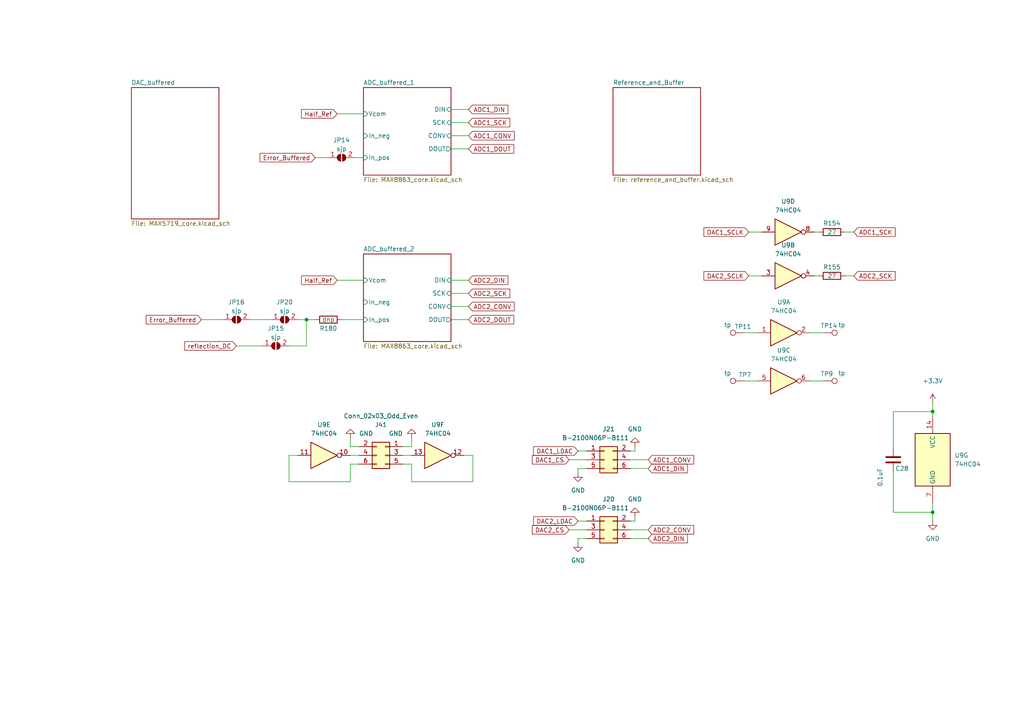
<source format=kicad_sch>
(kicad_sch (version 20211123) (generator eeschema)
  (paper "A4")
  (lib_symbols
    (symbol "74xx:74HC04"
      (property "Reference" "U" (at 0 1.27 0))
      (property "Value" "74HC04" (at 0 -1.27 0))
      (symbol "74HC04_1_0"
        (polyline (pts (xy -3.81 3.81) (xy -3.81 -3.81) (xy 3.81 0) (xy -3.81 3.81)) (stroke (width 0.254)) (fill (type background)))
        (pin input line (at -7.62 0 0) (length 3.81) (name "~") (number "1"))
        (pin output inverted (at 7.62 0 180) (length 3.81) (name "~") (number "2"))
      )
      (symbol "74HC04_2_0"
        (polyline (pts (xy -3.81 3.81) (xy -3.81 -3.81) (xy 3.81 0) (xy -3.81 3.81)) (stroke (width 0.254)) (fill (type background)))
        (pin input line (at -7.62 0 0) (length 3.81) (name "~") (number "3"))
        (pin output inverted (at 7.62 0 180) (length 3.81) (name "~") (number "4"))
      )
      (symbol "74HC04_3_0"
        (polyline (pts (xy -3.81 3.81) (xy -3.81 -3.81) (xy 3.81 0) (xy -3.81 3.81)) (stroke (width 0.254)) (fill (type background)))
        (pin input line (at -7.62 0 0) (length 3.81) (name "~") (number "5"))
        (pin output inverted (at 7.62 0 180) (length 3.81) (name "~") (number "6"))
      )
      (symbol "74HC04_4_0"
        (polyline (pts (xy -3.81 3.81) (xy -3.81 -3.81) (xy 3.81 0) (xy -3.81 3.81)) (stroke (width 0.254)) (fill (type background)))
        (pin output inverted (at 7.62 0 180) (length 3.81) (name "~") (number "8"))
        (pin input line (at -7.62 0 0) (length 3.81) (name "~") (number "9"))
      )
      (symbol "74HC04_5_0"
        (polyline (pts (xy -3.81 3.81) (xy -3.81 -3.81) (xy 3.81 0) (xy -3.81 3.81)) (stroke (width 0.254)) (fill (type background)))
        (pin output inverted (at 7.62 0 180) (length 3.81) (name "~") (number "10"))
        (pin input line (at -7.62 0 0) (length 3.81) (name "~") (number "11"))
      )
      (symbol "74HC04_6_0"
        (polyline (pts (xy -3.81 3.81) (xy -3.81 -3.81) (xy 3.81 0) (xy -3.81 3.81)) (stroke (width 0.254)) (fill (type background)))
        (pin output inverted (at 7.62 0 180) (length 3.81) (name "~") (number "12"))
        (pin input line (at -7.62 0 0) (length 3.81) (name "~") (number "13"))
      )
      (symbol "74HC04_7_0"
        (pin power_in line (at 0 12.7 270) (length 5.08) (name "VCC") (number "14"))
        (pin power_in line (at 0 -12.7 90) (length 5.08) (name "GND") (number "7"))
      )
      (symbol "74HC04_7_1"
        (rectangle (start -5.08 7.62) (end 5.08 -7.62) (stroke (width 0.254)) (fill (type background)))
      )
    )
    (symbol "Connector:TestPoint" (pin_numbers hide) (pin_names (offset 0.762) hide)
      (property "Reference" "TP" (at 0 6.858 0))
      (property "Value" "TestPoint" (at 0 5.08 0))
      (symbol "TestPoint_0_1"
        (circle (center 0 3.302) (radius 0.762))
      )
      (symbol "TestPoint_1_1"
        (pin passive line (at 0 0 90) (length 2.54) (name "1") (number "1"))
      )
    )
    (symbol "Connector_Generic:Conn_02x03_Odd_Even" (pin_names (offset 1.016) hide)
      (property "Reference" "J" (at 1.27 5.08 0))
      (property "Value" "Conn_02x03_Odd_Even" (at 1.27 -5.08 0))
      (symbol "Conn_02x03_Odd_Even_1_1"
        (rectangle (start -1.27 -2.413) (end 0 -2.667) (stroke (width 0.1524)))
        (rectangle (start -1.27 0.127) (end 0 -0.127) (stroke (width 0.1524)))
        (rectangle (start -1.27 2.667) (end 0 2.413) (stroke (width 0.1524)))
        (rectangle (start -1.27 3.81) (end 3.81 -3.81) (stroke (width 0.254)) (fill (type background)))
        (rectangle (start 3.81 -2.413) (end 2.54 -2.667) (stroke (width 0.1524)))
        (rectangle (start 3.81 0.127) (end 2.54 -0.127) (stroke (width 0.1524)))
        (rectangle (start 3.81 2.667) (end 2.54 2.413) (stroke (width 0.1524)))
        (pin passive line (at -5.08 2.54 0) (length 3.81) (name "Pin_1") (number "1"))
        (pin passive line (at 7.62 2.54 180) (length 3.81) (name "Pin_2") (number "2"))
        (pin passive line (at -5.08 0 0) (length 3.81) (name "Pin_3") (number "3"))
        (pin passive line (at 7.62 0 180) (length 3.81) (name "Pin_4") (number "4"))
        (pin passive line (at -5.08 -2.54 0) (length 3.81) (name "Pin_5") (number "5"))
        (pin passive line (at 7.62 -2.54 180) (length 3.81) (name "Pin_6") (number "6"))
      )
    )
    (symbol "Device:C" (pin_numbers hide) (pin_names (offset 0.254))
      (property "Reference" "C" (at 0.635 2.54 0))
      (property "Value" "C" (at 0.635 -2.54 0))
      (symbol "C_0_1"
        (polyline (pts (xy -2.032 -0.762) (xy 2.032 -0.762)) (stroke (width 0.508)))
        (polyline (pts (xy -2.032 0.762) (xy 2.032 0.762)) (stroke (width 0.508)))
      )
      (symbol "C_1_1"
        (pin passive line (at 0 3.81 270) (length 2.794) (name "~") (number "1"))
        (pin passive line (at 0 -3.81 90) (length 2.794) (name "~") (number "2"))
      )
    )
    (symbol "Device:R" (pin_numbers hide) (pin_names (offset 0))
      (property "Reference" "R" (at 2.032 0 90))
      (property "Value" "R" (at 0 0 90))
      (symbol "R_0_1"
        (rectangle (start -1.016 -2.54) (end 1.016 2.54) (stroke (width 0.254)))
      )
      (symbol "R_1_1"
        (pin passive line (at 0 3.81 270) (length 1.27) (name "~") (number "1"))
        (pin passive line (at 0 -3.81 90) (length 1.27) (name "~") (number "2"))
      )
    )
    (symbol "Jumper:SolderJumper_2_Open" (pin_names (offset 0) hide)
      (property "Reference" "JP" (at 0 2.032 0))
      (property "Value" "SolderJumper_2_Open" (at 0 -2.54 0))
      (symbol "SolderJumper_2_Open_0_1"
        (arc (start -0.254 1.016) (mid -1.27 0) (end -0.254 -1.016))
        (arc (start -0.254 1.016) (mid -1.27 0) (end -0.254 -1.016) (fill (type outline)))
        (polyline (pts (xy -0.254 1.016) (xy -0.254 -1.016)))
        (polyline (pts (xy 0.254 1.016) (xy 0.254 -1.016)))
        (arc (start 0.254 -1.016) (mid 1.27 0) (end 0.254 1.016))
        (arc (start 0.254 -1.016) (mid 1.27 0) (end 0.254 1.016) (fill (type outline)))
      )
      (symbol "SolderJumper_2_Open_1_1"
        (pin passive line (at -3.81 0 0) (length 2.54) (name "A") (number "1"))
        (pin passive line (at 3.81 0 180) (length 2.54) (name "B") (number "2"))
      )
    )
    (symbol "power:+3.3V" (power) (pin_names (offset 0))
      (property "Value" "+3.3V" (at 0 3.556 0))
      (symbol "+3.3V_0_1"
        (polyline (pts (xy -0.762 1.27) (xy 0 2.54)))
        (polyline (pts (xy 0 0) (xy 0 2.54)))
        (polyline (pts (xy 0 2.54) (xy 0.762 1.27)))
      )
      (symbol "+3.3V_1_1"
        (pin power_in line (at 0 0 90) (length 0) hide (name "+3.3V") (number "1"))
      )
    )
    (symbol "power:GND" (power) (pin_names (offset 0))
      (property "Value" "GND" (at 0 -3.81 0))
      (symbol "GND_0_1"
        (polyline (pts (xy 0 0) (xy 0 -1.27) (xy 1.27 -1.27) (xy 0 -2.54) (xy -1.27 -1.27) (xy 0 -1.27)))
      )
      (symbol "GND_1_1"
        (pin power_in line (at 0 0 270) (length 0) hide (name "GND") (number "1"))
      )
    )
  )
  (junction (at 88.9 92.71))
  (junction (at 270.51 148.59))
  (junction (at 270.51 119.38))
  (wire (pts (xy 72.39 92.71) (xy 78.74 92.71)))
  (wire (pts (xy 167.64 151.13) (xy 170.18 151.13)))
  (wire (pts (xy 58.42 92.71) (xy 64.77 92.71)))
  (wire (pts (xy 101.6 139.7) (xy 83.82 139.7)))
  (wire (pts (xy 104.14 134.62) (xy 101.6 134.62)))
  (wire (pts (xy 135.89 39.37) (xy 130.81 39.37)))
  (wire (pts (xy 259.08 119.38) (xy 259.08 129.54)))
  (wire (pts (xy 187.96 153.67) (xy 182.88 153.67)))
  (wire (pts (xy 215.9 96.52) (xy 219.71 96.52)))
  (wire (pts (xy 135.89 81.28) (xy 130.81 81.28)))
  (wire (pts (xy 97.79 33.02) (xy 105.41 33.02)))
  (wire (pts (xy 119.38 127) (xy 119.38 129.54)))
  (wire (pts (xy 165.1 133.35) (xy 170.18 133.35)))
  (wire (pts (xy 101.6 129.54) (xy 104.14 129.54)))
  (wire (pts (xy 167.64 137.16) (xy 167.64 135.89)))
  (wire (pts (xy 270.51 146.05) (xy 270.51 148.59)))
  (wire (pts (xy 184.15 151.13) (xy 182.88 151.13)))
  (wire (pts (xy 184.15 129.54) (xy 184.15 130.81)))
  (wire (pts (xy 167.64 135.89) (xy 170.18 135.89)))
  (wire (pts (xy 88.9 100.33) (xy 88.9 92.71)))
  (wire (pts (xy 237.49 80.01) (xy 236.22 80.01)))
  (wire (pts (xy 101.6 127) (xy 101.6 129.54)))
  (wire (pts (xy 135.89 92.71) (xy 130.81 92.71)))
  (wire (pts (xy 247.65 67.31) (xy 245.11 67.31)))
  (wire (pts (xy 167.64 157.48) (xy 167.64 156.21)))
  (wire (pts (xy 187.96 135.89) (xy 182.88 135.89)))
  (wire (pts (xy 217.17 80.01) (xy 220.98 80.01)))
  (wire (pts (xy 99.06 92.71) (xy 105.41 92.71)))
  (wire (pts (xy 102.87 45.72) (xy 105.41 45.72)))
  (wire (pts (xy 270.51 116.84) (xy 270.51 119.38)))
  (wire (pts (xy 88.9 92.71) (xy 91.44 92.71)))
  (wire (pts (xy 259.08 148.59) (xy 259.08 137.16)))
  (wire (pts (xy 187.96 133.35) (xy 182.88 133.35)))
  (wire (pts (xy 119.38 139.7) (xy 137.16 139.7)))
  (wire (pts (xy 237.49 67.31) (xy 236.22 67.31)))
  (wire (pts (xy 83.82 100.33) (xy 88.9 100.33)))
  (wire (pts (xy 270.51 151.13) (xy 270.51 148.59)))
  (wire (pts (xy 215.9 110.49) (xy 219.71 110.49)))
  (wire (pts (xy 238.76 96.52) (xy 234.95 96.52)))
  (wire (pts (xy 119.38 134.62) (xy 119.38 139.7)))
  (wire (pts (xy 135.89 31.75) (xy 130.81 31.75)))
  (wire (pts (xy 135.89 88.9) (xy 130.81 88.9)))
  (wire (pts (xy 184.15 130.81) (xy 182.88 130.81)))
  (wire (pts (xy 217.17 67.31) (xy 220.98 67.31)))
  (wire (pts (xy 97.79 81.28) (xy 105.41 81.28)))
  (wire (pts (xy 135.89 43.18) (xy 130.81 43.18)))
  (wire (pts (xy 184.15 149.86) (xy 184.15 151.13)))
  (wire (pts (xy 76.2 100.33) (xy 68.58 100.33)))
  (wire (pts (xy 137.16 139.7) (xy 137.16 132.08)))
  (wire (pts (xy 167.64 130.81) (xy 170.18 130.81)))
  (wire (pts (xy 101.6 134.62) (xy 101.6 139.7)))
  (wire (pts (xy 270.51 148.59) (xy 259.08 148.59)))
  (wire (pts (xy 135.89 35.56) (xy 130.81 35.56)))
  (wire (pts (xy 116.84 134.62) (xy 119.38 134.62)))
  (wire (pts (xy 137.16 132.08) (xy 134.62 132.08)))
  (wire (pts (xy 104.14 132.08) (xy 101.6 132.08)))
  (wire (pts (xy 247.65 80.01) (xy 245.11 80.01)))
  (wire (pts (xy 238.76 110.49) (xy 234.95 110.49)))
  (wire (pts (xy 91.44 45.72) (xy 95.25 45.72)))
  (wire (pts (xy 167.64 156.21) (xy 170.18 156.21)))
  (wire (pts (xy 270.51 119.38) (xy 270.51 120.65)))
  (wire (pts (xy 86.36 92.71) (xy 88.9 92.71)))
  (wire (pts (xy 83.82 139.7) (xy 83.82 132.08)))
  (wire (pts (xy 119.38 129.54) (xy 116.84 129.54)))
  (wire (pts (xy 165.1 153.67) (xy 170.18 153.67)))
  (wire (pts (xy 187.96 156.21) (xy 182.88 156.21)))
  (wire (pts (xy 116.84 132.08) (xy 119.38 132.08)))
  (wire (pts (xy 135.89 85.09) (xy 130.81 85.09)))
  (wire (pts (xy 259.08 119.38) (xy 270.51 119.38)))
  (wire (pts (xy 83.82 132.08) (xy 86.36 132.08)))
  (global_label "ADC1_DIN" (shape input) (at 135.89 31.75 0) (property "Intersheet References" "${INTERSHEET_REFS}" (effects hide)))
  (global_label "ADC2_SCK" (shape input) (at 135.89 85.09 0) (property "Intersheet References" "${INTERSHEET_REFS}" (effects hide)))
  (global_label "reflection_DC" (shape input) (at 68.58 100.33 180) (property "Intersheet References" "${INTERSHEET_REFS}" (effects hide)))
  (global_label "ADC2_DIN" (shape input) (at 187.96 156.21 0) (property "Intersheet References" "${INTERSHEET_REFS}" (effects hide)))
  (global_label "DAC2_CS" (shape input) (at 165.1 153.67 180) (property "Intersheet References" "${INTERSHEET_REFS}" (effects hide)))
  (global_label "ADC2_DIN" (shape input) (at 135.89 81.28 0) (property "Intersheet References" "${INTERSHEET_REFS}" (effects hide)))
  (global_label "Half_Ref" (shape input) (at 97.79 33.02 180) (property "Intersheet References" "${INTERSHEET_REFS}" (effects hide)))
  (global_label "Error_Buffered" (shape input) (at 58.42 92.71 180) (property "Intersheet References" "${INTERSHEET_REFS}" (effects hide)))
  (global_label "ADC1_DOUT" (shape input) (at 135.89 43.18 0) (property "Intersheet References" "${INTERSHEET_REFS}" (effects hide)))
  (global_label "DAC1_CS" (shape input) (at 165.1 133.35 180) (property "Intersheet References" "${INTERSHEET_REFS}" (effects hide)))
  (global_label "ADC1_CONV" (shape input) (at 135.89 39.37 0) (property "Intersheet References" "${INTERSHEET_REFS}" (effects hide)))
  (global_label "Error_Buffered" (shape input) (at 91.44 45.72 180) (property "Intersheet References" "${INTERSHEET_REFS}" (effects hide)))
  (global_label "ADC1_CONV" (shape input) (at 187.96 133.35 0) (property "Intersheet References" "${INTERSHEET_REFS}" (effects hide)))
  (global_label "ADC1_SCK" (shape input) (at 247.65 67.31 0) (property "Intersheet References" "${INTERSHEET_REFS}" (effects hide)))
  (global_label "DAC1_LDAC" (shape input) (at 167.64 130.81 180) (property "Intersheet References" "${INTERSHEET_REFS}" (effects hide)))
  (global_label "Half_Ref" (shape input) (at 97.79 81.28 180) (property "Intersheet References" "${INTERSHEET_REFS}" (effects hide)))
  (global_label "ADC1_DIN" (shape input) (at 187.96 135.89 0) (property "Intersheet References" "${INTERSHEET_REFS}" (effects hide)))
  (global_label "DAC1_SCLK" (shape input) (at 217.17 67.31 180) (property "Intersheet References" "${INTERSHEET_REFS}" (effects hide)))
  (global_label "DAC2_LDAC" (shape input) (at 167.64 151.13 180) (property "Intersheet References" "${INTERSHEET_REFS}" (effects hide)))
  (global_label "DAC2_SCLK" (shape input) (at 217.17 80.01 180) (property "Intersheet References" "${INTERSHEET_REFS}" (effects hide)))
  (global_label "ADC2_SCK" (shape input) (at 247.65 80.01 0) (property "Intersheet References" "${INTERSHEET_REFS}" (effects hide)))
  (global_label "ADC2_CONV" (shape input) (at 135.89 88.9 0) (property "Intersheet References" "${INTERSHEET_REFS}" (effects hide)))
  (global_label "ADC2_CONV" (shape input) (at 187.96 153.67 0) (property "Intersheet References" "${INTERSHEET_REFS}" (effects hide)))
  (global_label "ADC2_DOUT" (shape input) (at 135.89 92.71 0) (property "Intersheet References" "${INTERSHEET_REFS}" (effects hide)))
  (global_label "ADC1_SCK" (shape input) (at 135.89 35.56 0) (property "Intersheet References" "${INTERSHEET_REFS}" (effects hide)))
  (symbol (lib_id "Jumper:SolderJumper_2_Open") (at 80.01 100.33 0) (unit 1)
    (property "Reference" "JP15" (at 80.01 95.25 0))
    (property "Value" "sjp" (at 80.01 97.79 0))
    (property "Footprint" "Jumper:SolderJumper-2_P1.3mm_Open_RoundedPad1.0x1.5mm" (effects hide))
  )
  (symbol (lib_id "Device:C") (at 259.08 133.35 0) (mirror x) (unit 1)
    (property "Reference" "C28" (at 261.62 135.89 0))
    (property "Value" "0.1uF" (at 255.27 138.43 90))
    (property "Footprint" "Capacitor_SMD:C_0805_2012Metric" (effects hide))
  )
  (symbol (lib_id "power:GND") (at 101.6 127 180) (unit 1)
    (property "Reference" "#PWR0260" (effects hide))
    (property "Value" "GND" (at 104.14 125.7299 0) (effects (justify right)))
  )
  (symbol (lib_id "power:+3.3V") (at 270.51 116.84 0) (unit 1)
    (property "Reference" "#PWR0217" (effects hide))
    (property "Value" "+3.3V" (at 270.51 110.49 0))
  )
  (symbol (lib_id "Connector:TestPoint") (at 238.76 110.49 270) (unit 1)
    (property "Reference" "TP9" (at 237.998 108.458 90) (effects (justify left)))
    (property "Value" "tp" (at 243.078 108.204 90) (effects (justify left)))
    (property "Footprint" "TestPoint:TestPoint_Pad_D1.0mm" (effects hide))
  )
  (symbol (lib_id "Device:R") (at 241.3 67.31 90) (unit 1)
    (property "Reference" "R154" (at 241.3 64.77 90))
    (property "Value" "27" (at 241.3 67.31 90))
    (property "Footprint" "Resistor_SMD:R_0603_1608Metric_Pad0.98x0.95mm_HandSolder" (effects hide))
  )
  (symbol (lib_id "Device:R") (at 241.3 80.01 90) (unit 1)
    (property "Reference" "R155" (at 241.3 77.47 90))
    (property "Value" "27" (at 241.3 80.01 90))
    (property "Footprint" "Resistor_SMD:R_0603_1608Metric_Pad0.98x0.95mm_HandSolder" (effects hide))
  )
  (symbol (lib_id "power:GND") (at 184.15 149.86 180) (unit 1)
    (property "Reference" "#PWR0215" (effects hide))
    (property "Value" "GND" (at 184.15 144.78 0))
  )
  (symbol (lib_id "Jumper:SolderJumper_2_Open") (at 82.55 92.71 0) (unit 1)
    (property "Reference" "JP20" (at 82.55 87.63 0))
    (property "Value" "sjp" (at 82.55 90.17 0))
    (property "Footprint" "Jumper:SolderJumper-2_P1.3mm_Open_RoundedPad1.0x1.5mm" (effects hide))
  )
  (symbol (lib_id "Connector:TestPoint") (at 215.9 96.52 90) (unit 1)
    (property "Reference" "TP11" (at 217.932 94.742 90) (effects (justify left)))
    (property "Value" "tp" (at 212.09 94.234 90) (effects (justify left)))
    (property "Footprint" "TestPoint:TestPoint_Pad_D1.0mm" (effects hide))
  )
  (symbol (lib_id "74xx:74HC04") (at 93.98 132.08 0) (mirror x) (unit 5)
    (property "Reference" "U9" (at 93.98 123.19 0))
    (property "Value" "74HC04" (at 93.98 125.73 0))
    (property "Footprint" "Package_SO:SOIC-14_3.9x8.7mm_P1.27mm" (effects hide))
    (property "Datasheet" "https://assets.nexperia.com/documents/data-sheet/74HC_HCT04.pdf" (effects hide))
  )
  (symbol (lib_id "Jumper:SolderJumper_2_Open") (at 99.06 45.72 0) (unit 1)
    (property "Reference" "JP14" (at 99.06 40.64 0))
    (property "Value" "sjp" (at 99.06 43.18 0))
    (property "Footprint" "Jumper:SolderJumper-2_P1.3mm_Open_RoundedPad1.0x1.5mm" (effects hide))
  )
  (symbol (lib_id "74xx:74HC04") (at 127 132.08 0) (mirror x) (unit 6)
    (property "Reference" "U9" (at 127 123.19 0))
    (property "Value" "74HC04" (at 127 125.73 0))
    (property "Footprint" "Package_SO:SOIC-14_3.9x8.7mm_P1.27mm" (effects hide))
    (property "Datasheet" "https://assets.nexperia.com/documents/data-sheet/74HC_HCT04.pdf" (effects hide))
  )
  (symbol (lib_id "Connector:TestPoint") (at 215.9 110.49 90) (unit 1)
    (property "Reference" "TP7" (at 217.932 108.712 90) (effects (justify left)))
    (property "Value" "tp" (at 212.09 108.204 90) (effects (justify left)))
    (property "Footprint" "TestPoint:TestPoint_Pad_D1.0mm" (effects hide))
  )
  (symbol (lib_id "74xx:74HC04") (at 228.6 67.31 0) (unit 4)
    (property "Reference" "U9" (at 228.6 58.42 0))
    (property "Value" "74HC04" (at 228.6 60.96 0))
    (property "Footprint" "Package_SO:SOIC-14_3.9x8.7mm_P1.27mm" (effects hide))
    (property "Datasheet" "https://assets.nexperia.com/documents/data-sheet/74HC_HCT04.pdf" (effects hide))
  )
  (symbol (lib_id "power:GND") (at 184.15 129.54 180) (unit 1)
    (property "Reference" "#PWR0213" (effects hide))
    (property "Value" "GND" (at 184.15 124.46 0))
  )
  (symbol (lib_id "74xx:74HC04") (at 228.6 80.01 0) (unit 2)
    (property "Reference" "U9" (at 228.6 71.12 0))
    (property "Value" "74HC04" (at 228.6 73.66 0))
    (property "Footprint" "Package_SO:SOIC-14_3.9x8.7mm_P1.27mm" (effects hide))
    (property "Datasheet" "https://assets.nexperia.com/documents/data-sheet/74HC_HCT04.pdf" (effects hide))
  )
  (symbol (lib_id "Jumper:SolderJumper_2_Open") (at 68.58 92.71 0) (unit 1)
    (property "Reference" "JP16" (at 68.58 87.63 0))
    (property "Value" "sjp" (at 68.58 90.17 0))
    (property "Footprint" "Jumper:SolderJumper-2_P1.3mm_Open_RoundedPad1.0x1.5mm" (effects hide))
  )
  (symbol (lib_id "74xx:74HC04") (at 227.33 96.52 0) (unit 1)
    (property "Reference" "U9" (at 227.33 87.63 0))
    (property "Value" "74HC04" (at 227.33 90.17 0))
    (property "Footprint" "Package_SO:SOIC-14_3.9x8.7mm_P1.27mm" (effects hide))
    (property "Datasheet" "https://assets.nexperia.com/documents/data-sheet/74HC_HCT04.pdf" (effects hide))
  )
  (symbol (lib_id "power:GND") (at 270.51 151.13 0) (unit 1)
    (property "Reference" "#PWR0216" (effects hide))
    (property "Value" "GND" (at 270.51 156.21 0))
  )
  (symbol (lib_id "Connector:TestPoint") (at 238.76 96.52 270) (unit 1)
    (property "Reference" "TP14" (at 237.998 94.488 90) (effects (justify left)))
    (property "Value" "tp" (at 243.078 94.234 90) (effects (justify left)))
    (property "Footprint" "TestPoint:TestPoint_Pad_D1.0mm" (effects hide))
  )
  (symbol (lib_id "Connector_Generic:Conn_02x03_Odd_Even") (at 175.26 133.35 0) (unit 1)
    (property "Reference" "J21" (at 176.53 124.46 0))
    (property "Value" "B-2100N06P-B111" (at 172.72 127 0))
    (property "Footprint" "Connector_PinHeader_2.54mm:PinHeader_2x03_P2.54mm_Vertical_SMD" (effects hide))
  )
  (symbol (lib_id "Connector_Generic:Conn_02x03_Odd_Even") (at 175.26 153.67 0) (unit 1)
    (property "Reference" "J20" (at 176.53 144.78 0))
    (property "Value" "B-2100N06P-B111" (at 172.72 147.32 0))
    (property "Footprint" "Connector_PinHeader_2.54mm:PinHeader_2x03_P2.54mm_Vertical_SMD" (effects hide))
  )
  (symbol (lib_id "power:GND") (at 167.64 137.16 0) (unit 1)
    (property "Reference" "#PWR0212" (effects hide))
    (property "Value" "GND" (at 167.64 142.24 0))
  )
  (symbol (lib_id "74xx:74HC04") (at 270.51 133.35 0) (unit 7)
    (property "Reference" "U9" (at 276.86 132.0799 0) (effects (justify left)))
    (property "Value" "74HC04" (at 276.86 134.6199 0) (effects (justify left)))
    (property "Footprint" "Package_SO:SOIC-14_3.9x8.7mm_P1.27mm" (effects hide))
    (property "Datasheet" "https://assets.nexperia.com/documents/data-sheet/74HC_HCT04.pdf" (effects hide))
  )
  (symbol (lib_id "power:GND") (at 167.64 157.48 0) (unit 1)
    (property "Reference" "#PWR0214" (effects hide))
    (property "Value" "GND" (at 167.64 162.56 0))
  )
  (symbol (lib_id "Device:R") (at 95.25 92.71 90) (unit 1)
    (property "Reference" "R180" (at 95.25 95.25 90))
    (property "Value" "dnp" (at 95.25 92.71 90))
    (property "Footprint" "Resistor_SMD:R_0805_2012Metric" (effects hide))
  )
  (symbol (lib_id "Connector_Generic:Conn_02x03_Odd_Even") (at 111.76 132.08 0) (mirror y) (unit 1)
    (property "Reference" "J41" (at 110.49 123.19 0))
    (property "Value" "Conn_02x03_Odd_Even" (at 110.49 120.65 0))
    (property "Footprint" "Connector_PinHeader_2.00mm:PinHeader_2x03_P2.00mm_Vertical" (effects hide))
  )
  (symbol (lib_id "power:GND") (at 119.38 127 0) (mirror x) (unit 1)
    (property "Reference" "#PWR0259" (effects hide))
    (property "Value" "GND" (at 116.84 125.7299 0) (effects (justify right)))
  )
  (symbol (lib_id "74xx:74HC04") (at 227.33 110.49 0) (unit 3)
    (property "Reference" "U9" (at 227.33 101.6 0))
    (property "Value" "74HC04" (at 227.33 104.14 0))
    (property "Footprint" "Package_SO:SOIC-14_3.9x8.7mm_P1.27mm" (effects hide))
    (property "Datasheet" "https://assets.nexperia.com/documents/data-sheet/74HC_HCT04.pdf" (effects hide))
  )
  (sheet (at 105.41 73.66) (size 25.4 25.4) (stroke (width 0.1524))
    (property "Sheet name" "ADC_buffered_2" (at 105.41 72.9484 0) (effects (justify left bottom)))
    (property "Sheet file" "MAX8863_core.kicad_sch" (at 105.41 99.6446 0) (effects (justify left top)))
    (pin "Vcom" input (at 105.41 81.28 180))
    (pin "In_neg" input (at 105.41 87.63 180))
    (pin "In_pos" input (at 105.41 92.71 180))
    (pin "DIN" input (at 130.81 81.28 0))
    (pin "SCK" input (at 130.81 85.09 0))
    (pin "CONV" input (at 130.81 88.9 0))
    (pin "DOUT" output (at 130.81 92.71 0))
  )
  (sheet (at 38.1 25.4) (size 25.4 38.1) (stroke (width 0.1524))
    (property "Sheet name" "DAC_buffered" (at 38.1 24.6884 0) (effects (justify left bottom)))
    (property "Sheet file" "MAX5719_core.kicad_sch" (at 38.1 64.0846 0) (effects (justify left top)))
  )
  (sheet (at 105.41 25.4) (size 25.4 25.4) (stroke (width 0.1524))
    (property "Sheet name" "ADC_buffered_1" (at 105.41 24.6884 0) (effects (justify left bottom)))
    (property "Sheet file" "MAX8863_core.kicad_sch" (at 105.41 51.3846 0) (effects (justify left top)))
    (pin "Vcom" input (at 105.41 33.02 180))
    (pin "DIN" input (at 130.81 31.75 0))
    (pin "SCK" input (at 130.81 35.56 0))
    (pin "CONV" input (at 130.81 39.37 0))
    (pin "DOUT" output (at 130.81 43.18 0))
    (pin "In_neg" input (at 105.41 39.37 180))
    (pin "In_pos" input (at 105.41 45.72 180))
  )
  (sheet (at 177.8 25.4) (size 25.4 25.4) (stroke (width 0.1524))
    (property "Sheet name" "Reference_and_Buffer" (at 177.8 24.6884 0) (effects (justify left bottom)))
    (property "Sheet file" "reference_and_buffer.kicad_sch" (at 177.8 51.3846 0) (effects (justify left top)))
  )
)
</source>
